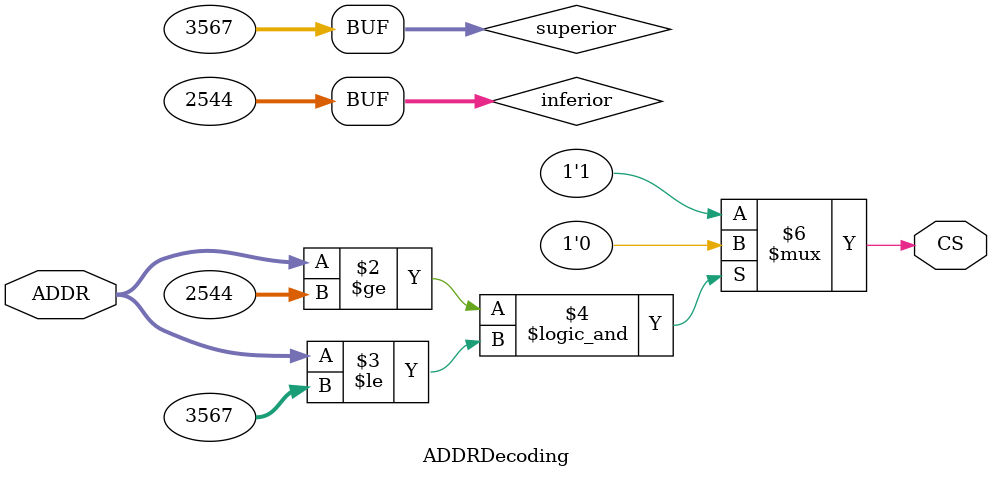
<source format=v>
module ADDRDecoding(
	input [31:0] ADDR,
	// 0 = memoria interna, 1 = memoria externa
	output reg CS
);
	
	integer inferior, superior;
	
	always @ (*)
	begin
		inferior = 32'h09F0;
		superior = 32'h0DEF;
		if(ADDR >= inferior && ADDR <= superior) CS = 0; 
		else CS = 1;	
	end 
	
endmodule 
</source>
